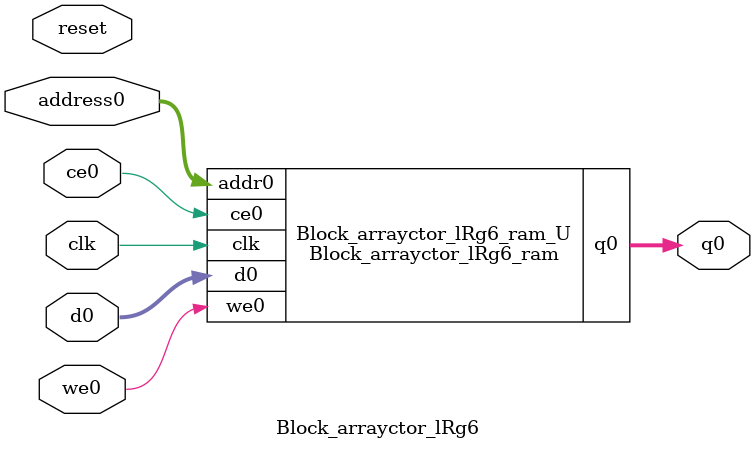
<source format=v>
`timescale 1 ns / 1 ps
module Block_arrayctor_lRg6_ram (addr0, ce0, d0, we0, q0,  clk);

parameter DWIDTH = 5;
parameter AWIDTH = 2;
parameter MEM_SIZE = 4;

input[AWIDTH-1:0] addr0;
input ce0;
input[DWIDTH-1:0] d0;
input we0;
output reg[DWIDTH-1:0] q0;
input clk;

(* ram_style = "distributed" *)reg [DWIDTH-1:0] ram[0:MEM_SIZE-1];




always @(posedge clk)  
begin 
    if (ce0) begin
        if (we0) 
            ram[addr0] <= d0; 
        q0 <= ram[addr0];
    end
end


endmodule

`timescale 1 ns / 1 ps
module Block_arrayctor_lRg6(
    reset,
    clk,
    address0,
    ce0,
    we0,
    d0,
    q0);

parameter DataWidth = 32'd5;
parameter AddressRange = 32'd4;
parameter AddressWidth = 32'd2;
input reset;
input clk;
input[AddressWidth - 1:0] address0;
input ce0;
input we0;
input[DataWidth - 1:0] d0;
output[DataWidth - 1:0] q0;



Block_arrayctor_lRg6_ram Block_arrayctor_lRg6_ram_U(
    .clk( clk ),
    .addr0( address0 ),
    .ce0( ce0 ),
    .we0( we0 ),
    .d0( d0 ),
    .q0( q0 ));

endmodule


</source>
